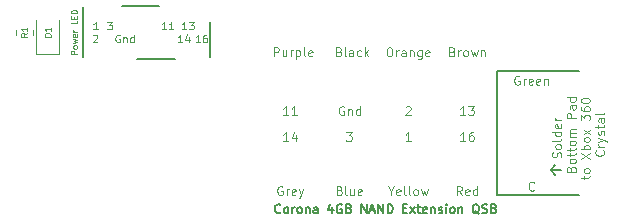
<source format=gbr>
%TF.GenerationSoftware,KiCad,Pcbnew,(6.0.1)*%
%TF.CreationDate,2022-02-21T19:23:01-07:00*%
%TF.ProjectId,MShaw_4gbNandExtensionQSB_V2,4d536861-775f-4346-9762-4e616e644578,rev?*%
%TF.SameCoordinates,Original*%
%TF.FileFunction,Legend,Top*%
%TF.FilePolarity,Positive*%
%FSLAX46Y46*%
G04 Gerber Fmt 4.6, Leading zero omitted, Abs format (unit mm)*
G04 Created by KiCad (PCBNEW (6.0.1)) date 2022-02-21 19:23:01*
%MOMM*%
%LPD*%
G01*
G04 APERTURE LIST*
%ADD10C,0.150000*%
%ADD11C,0.100000*%
%ADD12C,0.093750*%
%ADD13C,0.080000*%
%ADD14C,0.075000*%
%ADD15C,0.120000*%
G04 APERTURE END LIST*
D10*
X124060000Y-76880000D02*
X131060000Y-76880000D01*
X129017500Y-75250000D02*
X128667500Y-74800000D01*
X99750000Y-65250000D02*
X99750000Y-62250000D01*
X128667500Y-74800000D02*
X129017500Y-74350000D01*
X124060000Y-66380000D02*
X131060000Y-66380000D01*
X89000000Y-65250000D02*
X89000000Y-61000000D01*
X124060000Y-66880000D02*
X124060000Y-66380000D01*
X124060000Y-76380000D02*
X124060000Y-66880000D01*
X93600000Y-65400000D02*
X96800000Y-65400000D01*
X129532500Y-74800000D02*
X128667500Y-74800000D01*
X92300000Y-60900000D02*
X95500000Y-60900000D01*
X124060000Y-76380000D02*
X124060000Y-76880000D01*
D11*
X97436190Y-63994047D02*
X97064761Y-63994047D01*
X97250476Y-63994047D02*
X97250476Y-63344047D01*
X97188571Y-63436904D01*
X97126666Y-63498809D01*
X97064761Y-63529761D01*
X97993333Y-63560714D02*
X97993333Y-63994047D01*
X97838571Y-63313095D02*
X97683809Y-63777380D01*
X98086190Y-63777380D01*
X116774285Y-72339285D02*
X116345714Y-72339285D01*
X116560000Y-72339285D02*
X116560000Y-71589285D01*
X116488571Y-71696428D01*
X116417142Y-71767857D01*
X116345714Y-71803571D01*
X129492321Y-73728571D02*
X129528035Y-73621428D01*
X129528035Y-73442857D01*
X129492321Y-73371428D01*
X129456607Y-73335714D01*
X129385178Y-73300000D01*
X129313750Y-73300000D01*
X129242321Y-73335714D01*
X129206607Y-73371428D01*
X129170892Y-73442857D01*
X129135178Y-73585714D01*
X129099464Y-73657142D01*
X129063750Y-73692857D01*
X128992321Y-73728571D01*
X128920892Y-73728571D01*
X128849464Y-73692857D01*
X128813750Y-73657142D01*
X128778035Y-73585714D01*
X128778035Y-73407142D01*
X128813750Y-73300000D01*
X129528035Y-72871428D02*
X129492321Y-72942857D01*
X129456607Y-72978571D01*
X129385178Y-73014285D01*
X129170892Y-73014285D01*
X129099464Y-72978571D01*
X129063750Y-72942857D01*
X129028035Y-72871428D01*
X129028035Y-72764285D01*
X129063750Y-72692857D01*
X129099464Y-72657142D01*
X129170892Y-72621428D01*
X129385178Y-72621428D01*
X129456607Y-72657142D01*
X129492321Y-72692857D01*
X129528035Y-72764285D01*
X129528035Y-72871428D01*
X129528035Y-72192857D02*
X129492321Y-72264285D01*
X129420892Y-72300000D01*
X128778035Y-72300000D01*
X129528035Y-71585714D02*
X128778035Y-71585714D01*
X129492321Y-71585714D02*
X129528035Y-71657142D01*
X129528035Y-71800000D01*
X129492321Y-71871428D01*
X129456607Y-71907142D01*
X129385178Y-71942857D01*
X129170892Y-71942857D01*
X129099464Y-71907142D01*
X129063750Y-71871428D01*
X129028035Y-71800000D01*
X129028035Y-71657142D01*
X129063750Y-71585714D01*
X129492321Y-70942857D02*
X129528035Y-71014285D01*
X129528035Y-71157142D01*
X129492321Y-71228571D01*
X129420892Y-71264285D01*
X129135178Y-71264285D01*
X129063750Y-71228571D01*
X129028035Y-71157142D01*
X129028035Y-71014285D01*
X129063750Y-70942857D01*
X129135178Y-70907142D01*
X129206607Y-70907142D01*
X129278035Y-71264285D01*
X129528035Y-70585714D02*
X129028035Y-70585714D01*
X129170892Y-70585714D02*
X129099464Y-70550000D01*
X129063750Y-70514285D01*
X129028035Y-70442857D01*
X129028035Y-70371428D01*
X130342678Y-74692857D02*
X130378392Y-74585714D01*
X130414107Y-74550000D01*
X130485535Y-74514285D01*
X130592678Y-74514285D01*
X130664107Y-74550000D01*
X130699821Y-74585714D01*
X130735535Y-74657142D01*
X130735535Y-74942857D01*
X129985535Y-74942857D01*
X129985535Y-74692857D01*
X130021250Y-74621428D01*
X130056964Y-74585714D01*
X130128392Y-74550000D01*
X130199821Y-74550000D01*
X130271250Y-74585714D01*
X130306964Y-74621428D01*
X130342678Y-74692857D01*
X130342678Y-74942857D01*
X130735535Y-74085714D02*
X130699821Y-74157142D01*
X130664107Y-74192857D01*
X130592678Y-74228571D01*
X130378392Y-74228571D01*
X130306964Y-74192857D01*
X130271250Y-74157142D01*
X130235535Y-74085714D01*
X130235535Y-73978571D01*
X130271250Y-73907142D01*
X130306964Y-73871428D01*
X130378392Y-73835714D01*
X130592678Y-73835714D01*
X130664107Y-73871428D01*
X130699821Y-73907142D01*
X130735535Y-73978571D01*
X130735535Y-74085714D01*
X130235535Y-73621428D02*
X130235535Y-73335714D01*
X129985535Y-73514285D02*
X130628392Y-73514285D01*
X130699821Y-73478571D01*
X130735535Y-73407142D01*
X130735535Y-73335714D01*
X130235535Y-73192857D02*
X130235535Y-72907142D01*
X129985535Y-73085714D02*
X130628392Y-73085714D01*
X130699821Y-73050000D01*
X130735535Y-72978571D01*
X130735535Y-72907142D01*
X130735535Y-72550000D02*
X130699821Y-72621428D01*
X130664107Y-72657142D01*
X130592678Y-72692857D01*
X130378392Y-72692857D01*
X130306964Y-72657142D01*
X130271250Y-72621428D01*
X130235535Y-72550000D01*
X130235535Y-72442857D01*
X130271250Y-72371428D01*
X130306964Y-72335714D01*
X130378392Y-72300000D01*
X130592678Y-72300000D01*
X130664107Y-72335714D01*
X130699821Y-72371428D01*
X130735535Y-72442857D01*
X130735535Y-72550000D01*
X130735535Y-71978571D02*
X130235535Y-71978571D01*
X130306964Y-71978571D02*
X130271250Y-71942857D01*
X130235535Y-71871428D01*
X130235535Y-71764285D01*
X130271250Y-71692857D01*
X130342678Y-71657142D01*
X130735535Y-71657142D01*
X130342678Y-71657142D02*
X130271250Y-71621428D01*
X130235535Y-71550000D01*
X130235535Y-71442857D01*
X130271250Y-71371428D01*
X130342678Y-71335714D01*
X130735535Y-71335714D01*
X130735535Y-70407142D02*
X129985535Y-70407142D01*
X129985535Y-70121428D01*
X130021250Y-70050000D01*
X130056964Y-70014285D01*
X130128392Y-69978571D01*
X130235535Y-69978571D01*
X130306964Y-70014285D01*
X130342678Y-70050000D01*
X130378392Y-70121428D01*
X130378392Y-70407142D01*
X130735535Y-69335714D02*
X130342678Y-69335714D01*
X130271250Y-69371428D01*
X130235535Y-69442857D01*
X130235535Y-69585714D01*
X130271250Y-69657142D01*
X130699821Y-69335714D02*
X130735535Y-69407142D01*
X130735535Y-69585714D01*
X130699821Y-69657142D01*
X130628392Y-69692857D01*
X130556964Y-69692857D01*
X130485535Y-69657142D01*
X130449821Y-69585714D01*
X130449821Y-69407142D01*
X130414107Y-69335714D01*
X130735535Y-68657142D02*
X129985535Y-68657142D01*
X130699821Y-68657142D02*
X130735535Y-68728571D01*
X130735535Y-68871428D01*
X130699821Y-68942857D01*
X130664107Y-68978571D01*
X130592678Y-69014285D01*
X130378392Y-69014285D01*
X130306964Y-68978571D01*
X130271250Y-68942857D01*
X130235535Y-68871428D01*
X130235535Y-68728571D01*
X130271250Y-68657142D01*
X131443035Y-75550000D02*
X131443035Y-75264285D01*
X131193035Y-75442857D02*
X131835892Y-75442857D01*
X131907321Y-75407142D01*
X131943035Y-75335714D01*
X131943035Y-75264285D01*
X131943035Y-74907142D02*
X131907321Y-74978571D01*
X131871607Y-75014285D01*
X131800178Y-75050000D01*
X131585892Y-75050000D01*
X131514464Y-75014285D01*
X131478750Y-74978571D01*
X131443035Y-74907142D01*
X131443035Y-74800000D01*
X131478750Y-74728571D01*
X131514464Y-74692857D01*
X131585892Y-74657142D01*
X131800178Y-74657142D01*
X131871607Y-74692857D01*
X131907321Y-74728571D01*
X131943035Y-74800000D01*
X131943035Y-74907142D01*
X131193035Y-73835714D02*
X131943035Y-73335714D01*
X131193035Y-73335714D02*
X131943035Y-73835714D01*
X131943035Y-73050000D02*
X131193035Y-73050000D01*
X131478750Y-73050000D02*
X131443035Y-72978571D01*
X131443035Y-72835714D01*
X131478750Y-72764285D01*
X131514464Y-72728571D01*
X131585892Y-72692857D01*
X131800178Y-72692857D01*
X131871607Y-72728571D01*
X131907321Y-72764285D01*
X131943035Y-72835714D01*
X131943035Y-72978571D01*
X131907321Y-73050000D01*
X131943035Y-72264285D02*
X131907321Y-72335714D01*
X131871607Y-72371428D01*
X131800178Y-72407142D01*
X131585892Y-72407142D01*
X131514464Y-72371428D01*
X131478750Y-72335714D01*
X131443035Y-72264285D01*
X131443035Y-72157142D01*
X131478750Y-72085714D01*
X131514464Y-72050000D01*
X131585892Y-72014285D01*
X131800178Y-72014285D01*
X131871607Y-72050000D01*
X131907321Y-72085714D01*
X131943035Y-72157142D01*
X131943035Y-72264285D01*
X131943035Y-71764285D02*
X131443035Y-71371428D01*
X131443035Y-71764285D02*
X131943035Y-71371428D01*
X131193035Y-70585714D02*
X131193035Y-70121428D01*
X131478750Y-70371428D01*
X131478750Y-70264285D01*
X131514464Y-70192857D01*
X131550178Y-70157142D01*
X131621607Y-70121428D01*
X131800178Y-70121428D01*
X131871607Y-70157142D01*
X131907321Y-70192857D01*
X131943035Y-70264285D01*
X131943035Y-70478571D01*
X131907321Y-70550000D01*
X131871607Y-70585714D01*
X131193035Y-69478571D02*
X131193035Y-69621428D01*
X131228750Y-69692857D01*
X131264464Y-69728571D01*
X131371607Y-69800000D01*
X131514464Y-69835714D01*
X131800178Y-69835714D01*
X131871607Y-69800000D01*
X131907321Y-69764285D01*
X131943035Y-69692857D01*
X131943035Y-69550000D01*
X131907321Y-69478571D01*
X131871607Y-69442857D01*
X131800178Y-69407142D01*
X131621607Y-69407142D01*
X131550178Y-69442857D01*
X131514464Y-69478571D01*
X131478750Y-69550000D01*
X131478750Y-69692857D01*
X131514464Y-69764285D01*
X131550178Y-69800000D01*
X131621607Y-69835714D01*
X131193035Y-68942857D02*
X131193035Y-68871428D01*
X131228750Y-68800000D01*
X131264464Y-68764285D01*
X131335892Y-68728571D01*
X131478750Y-68692857D01*
X131657321Y-68692857D01*
X131800178Y-68728571D01*
X131871607Y-68764285D01*
X131907321Y-68800000D01*
X131943035Y-68871428D01*
X131943035Y-68942857D01*
X131907321Y-69014285D01*
X131871607Y-69050000D01*
X131800178Y-69085714D01*
X131657321Y-69121428D01*
X131478750Y-69121428D01*
X131335892Y-69085714D01*
X131264464Y-69050000D01*
X131228750Y-69014285D01*
X131193035Y-68942857D01*
X133079107Y-73139285D02*
X133114821Y-73175000D01*
X133150535Y-73282142D01*
X133150535Y-73353571D01*
X133114821Y-73460714D01*
X133043392Y-73532142D01*
X132971964Y-73567857D01*
X132829107Y-73603571D01*
X132721964Y-73603571D01*
X132579107Y-73567857D01*
X132507678Y-73532142D01*
X132436250Y-73460714D01*
X132400535Y-73353571D01*
X132400535Y-73282142D01*
X132436250Y-73175000D01*
X132471964Y-73139285D01*
X133150535Y-72817857D02*
X132650535Y-72817857D01*
X132793392Y-72817857D02*
X132721964Y-72782142D01*
X132686250Y-72746428D01*
X132650535Y-72675000D01*
X132650535Y-72603571D01*
X132650535Y-72425000D02*
X133150535Y-72246428D01*
X132650535Y-72067857D02*
X133150535Y-72246428D01*
X133329107Y-72317857D01*
X133364821Y-72353571D01*
X133400535Y-72425000D01*
X133114821Y-71817857D02*
X133150535Y-71746428D01*
X133150535Y-71603571D01*
X133114821Y-71532142D01*
X133043392Y-71496428D01*
X133007678Y-71496428D01*
X132936250Y-71532142D01*
X132900535Y-71603571D01*
X132900535Y-71710714D01*
X132864821Y-71782142D01*
X132793392Y-71817857D01*
X132757678Y-71817857D01*
X132686250Y-71782142D01*
X132650535Y-71710714D01*
X132650535Y-71603571D01*
X132686250Y-71532142D01*
X132650535Y-71282142D02*
X132650535Y-70996428D01*
X132400535Y-71175000D02*
X133043392Y-71175000D01*
X133114821Y-71139285D01*
X133150535Y-71067857D01*
X133150535Y-70996428D01*
X133150535Y-70425000D02*
X132757678Y-70425000D01*
X132686250Y-70460714D01*
X132650535Y-70532142D01*
X132650535Y-70675000D01*
X132686250Y-70746428D01*
X133114821Y-70425000D02*
X133150535Y-70496428D01*
X133150535Y-70675000D01*
X133114821Y-70746428D01*
X133043392Y-70782142D01*
X132971964Y-70782142D01*
X132900535Y-70746428D01*
X132864821Y-70675000D01*
X132864821Y-70496428D01*
X132829107Y-70425000D01*
X133150535Y-69960714D02*
X133114821Y-70032142D01*
X133043392Y-70067857D01*
X132400535Y-70067857D01*
X106417142Y-70139285D02*
X105988571Y-70139285D01*
X106202857Y-70139285D02*
X106202857Y-69389285D01*
X106131428Y-69496428D01*
X106060000Y-69567857D01*
X105988571Y-69603571D01*
X107131428Y-70139285D02*
X106702857Y-70139285D01*
X106917142Y-70139285D02*
X106917142Y-69389285D01*
X106845714Y-69496428D01*
X106774285Y-69567857D01*
X106702857Y-69603571D01*
X110702857Y-64776428D02*
X110810000Y-64812142D01*
X110845714Y-64847857D01*
X110881428Y-64919285D01*
X110881428Y-65026428D01*
X110845714Y-65097857D01*
X110810000Y-65133571D01*
X110738571Y-65169285D01*
X110452857Y-65169285D01*
X110452857Y-64419285D01*
X110702857Y-64419285D01*
X110774285Y-64455000D01*
X110810000Y-64490714D01*
X110845714Y-64562142D01*
X110845714Y-64633571D01*
X110810000Y-64705000D01*
X110774285Y-64740714D01*
X110702857Y-64776428D01*
X110452857Y-64776428D01*
X111310000Y-65169285D02*
X111238571Y-65133571D01*
X111202857Y-65062142D01*
X111202857Y-64419285D01*
X111917142Y-65169285D02*
X111917142Y-64776428D01*
X111881428Y-64705000D01*
X111810000Y-64669285D01*
X111667142Y-64669285D01*
X111595714Y-64705000D01*
X111917142Y-65133571D02*
X111845714Y-65169285D01*
X111667142Y-65169285D01*
X111595714Y-65133571D01*
X111560000Y-65062142D01*
X111560000Y-64990714D01*
X111595714Y-64919285D01*
X111667142Y-64883571D01*
X111845714Y-64883571D01*
X111917142Y-64847857D01*
X112595714Y-65133571D02*
X112524285Y-65169285D01*
X112381428Y-65169285D01*
X112310000Y-65133571D01*
X112274285Y-65097857D01*
X112238571Y-65026428D01*
X112238571Y-64812142D01*
X112274285Y-64740714D01*
X112310000Y-64705000D01*
X112381428Y-64669285D01*
X112524285Y-64669285D01*
X112595714Y-64705000D01*
X112917142Y-65169285D02*
X112917142Y-64419285D01*
X112988571Y-64883571D02*
X113202857Y-65169285D01*
X113202857Y-64669285D02*
X112917142Y-64955000D01*
X115113571Y-76562142D02*
X115113571Y-76919285D01*
X114863571Y-76169285D02*
X115113571Y-76562142D01*
X115363571Y-76169285D01*
X115899285Y-76883571D02*
X115827857Y-76919285D01*
X115685000Y-76919285D01*
X115613571Y-76883571D01*
X115577857Y-76812142D01*
X115577857Y-76526428D01*
X115613571Y-76455000D01*
X115685000Y-76419285D01*
X115827857Y-76419285D01*
X115899285Y-76455000D01*
X115935000Y-76526428D01*
X115935000Y-76597857D01*
X115577857Y-76669285D01*
X116363571Y-76919285D02*
X116292142Y-76883571D01*
X116256428Y-76812142D01*
X116256428Y-76169285D01*
X116756428Y-76919285D02*
X116685000Y-76883571D01*
X116649285Y-76812142D01*
X116649285Y-76169285D01*
X117149285Y-76919285D02*
X117077857Y-76883571D01*
X117042142Y-76847857D01*
X117006428Y-76776428D01*
X117006428Y-76562142D01*
X117042142Y-76490714D01*
X117077857Y-76455000D01*
X117149285Y-76419285D01*
X117256428Y-76419285D01*
X117327857Y-76455000D01*
X117363571Y-76490714D01*
X117399285Y-76562142D01*
X117399285Y-76776428D01*
X117363571Y-76847857D01*
X117327857Y-76883571D01*
X117256428Y-76919285D01*
X117149285Y-76919285D01*
X117649285Y-76419285D02*
X117792142Y-76919285D01*
X117935000Y-76562142D01*
X118077857Y-76919285D01*
X118220714Y-76419285D01*
X91093333Y-62244047D02*
X91495714Y-62244047D01*
X91279047Y-62491666D01*
X91371904Y-62491666D01*
X91433809Y-62522619D01*
X91464761Y-62553571D01*
X91495714Y-62615476D01*
X91495714Y-62770238D01*
X91464761Y-62832142D01*
X91433809Y-62863095D01*
X91371904Y-62894047D01*
X91186190Y-62894047D01*
X91124285Y-62863095D01*
X91093333Y-62832142D01*
X89874285Y-63405952D02*
X89905238Y-63375000D01*
X89967142Y-63344047D01*
X90121904Y-63344047D01*
X90183809Y-63375000D01*
X90214761Y-63405952D01*
X90245714Y-63467857D01*
X90245714Y-63529761D01*
X90214761Y-63622619D01*
X89843333Y-63994047D01*
X90245714Y-63994047D01*
X121417142Y-70139285D02*
X120988571Y-70139285D01*
X121202857Y-70139285D02*
X121202857Y-69389285D01*
X121131428Y-69496428D01*
X121060000Y-69567857D01*
X120988571Y-69603571D01*
X121667142Y-69389285D02*
X122131428Y-69389285D01*
X121881428Y-69675000D01*
X121988571Y-69675000D01*
X122060000Y-69710714D01*
X122095714Y-69746428D01*
X122131428Y-69817857D01*
X122131428Y-69996428D01*
X122095714Y-70067857D01*
X122060000Y-70103571D01*
X121988571Y-70139285D01*
X121774285Y-70139285D01*
X121702857Y-70103571D01*
X121667142Y-70067857D01*
X106417142Y-72339285D02*
X105988571Y-72339285D01*
X106202857Y-72339285D02*
X106202857Y-71589285D01*
X106131428Y-71696428D01*
X106060000Y-71767857D01*
X105988571Y-71803571D01*
X107060000Y-71839285D02*
X107060000Y-72339285D01*
X106881428Y-71553571D02*
X106702857Y-72089285D01*
X107167142Y-72089285D01*
X92142142Y-63375000D02*
X92080238Y-63344047D01*
X91987380Y-63344047D01*
X91894523Y-63375000D01*
X91832619Y-63436904D01*
X91801666Y-63498809D01*
X91770714Y-63622619D01*
X91770714Y-63715476D01*
X91801666Y-63839285D01*
X91832619Y-63901190D01*
X91894523Y-63963095D01*
X91987380Y-63994047D01*
X92049285Y-63994047D01*
X92142142Y-63963095D01*
X92173095Y-63932142D01*
X92173095Y-63715476D01*
X92049285Y-63715476D01*
X92451666Y-63560714D02*
X92451666Y-63994047D01*
X92451666Y-63622619D02*
X92482619Y-63591666D01*
X92544523Y-63560714D01*
X92637380Y-63560714D01*
X92699285Y-63591666D01*
X92730238Y-63653571D01*
X92730238Y-63994047D01*
X93318333Y-63994047D02*
X93318333Y-63344047D01*
X93318333Y-63963095D02*
X93256428Y-63994047D01*
X93132619Y-63994047D01*
X93070714Y-63963095D01*
X93039761Y-63932142D01*
X93008809Y-63870238D01*
X93008809Y-63684523D01*
X93039761Y-63622619D01*
X93070714Y-63591666D01*
X93132619Y-63560714D01*
X93256428Y-63560714D01*
X93318333Y-63591666D01*
D12*
X111127857Y-69425000D02*
X111056428Y-69389285D01*
X110949285Y-69389285D01*
X110842142Y-69425000D01*
X110770714Y-69496428D01*
X110735000Y-69567857D01*
X110699285Y-69710714D01*
X110699285Y-69817857D01*
X110735000Y-69960714D01*
X110770714Y-70032142D01*
X110842142Y-70103571D01*
X110949285Y-70139285D01*
X111020714Y-70139285D01*
X111127857Y-70103571D01*
X111163571Y-70067857D01*
X111163571Y-69817857D01*
X111020714Y-69817857D01*
X111485000Y-69639285D02*
X111485000Y-70139285D01*
X111485000Y-69710714D02*
X111520714Y-69675000D01*
X111592142Y-69639285D01*
X111699285Y-69639285D01*
X111770714Y-69675000D01*
X111806428Y-69746428D01*
X111806428Y-70139285D01*
X112485000Y-70139285D02*
X112485000Y-69389285D01*
X112485000Y-70103571D02*
X112413571Y-70139285D01*
X112270714Y-70139285D01*
X112199285Y-70103571D01*
X112163571Y-70067857D01*
X112127857Y-69996428D01*
X112127857Y-69782142D01*
X112163571Y-69710714D01*
X112199285Y-69675000D01*
X112270714Y-69639285D01*
X112413571Y-69639285D01*
X112485000Y-69675000D01*
D11*
X121131428Y-76919285D02*
X120881428Y-76562142D01*
X120702857Y-76919285D02*
X120702857Y-76169285D01*
X120988571Y-76169285D01*
X121060000Y-76205000D01*
X121095714Y-76240714D01*
X121131428Y-76312142D01*
X121131428Y-76419285D01*
X121095714Y-76490714D01*
X121060000Y-76526428D01*
X120988571Y-76562142D01*
X120702857Y-76562142D01*
X121738571Y-76883571D02*
X121667142Y-76919285D01*
X121524285Y-76919285D01*
X121452857Y-76883571D01*
X121417142Y-76812142D01*
X121417142Y-76526428D01*
X121452857Y-76455000D01*
X121524285Y-76419285D01*
X121667142Y-76419285D01*
X121738571Y-76455000D01*
X121774285Y-76526428D01*
X121774285Y-76597857D01*
X121417142Y-76669285D01*
X122417142Y-76919285D02*
X122417142Y-76169285D01*
X122417142Y-76883571D02*
X122345714Y-76919285D01*
X122202857Y-76919285D01*
X122131428Y-76883571D01*
X122095714Y-76847857D01*
X122060000Y-76776428D01*
X122060000Y-76562142D01*
X122095714Y-76490714D01*
X122131428Y-76455000D01*
X122202857Y-76419285D01*
X122345714Y-76419285D01*
X122417142Y-76455000D01*
X90285714Y-62894047D02*
X89914285Y-62894047D01*
X90100000Y-62894047D02*
X90100000Y-62244047D01*
X90038095Y-62336904D01*
X89976190Y-62398809D01*
X89914285Y-62429761D01*
D10*
X105757142Y-78367857D02*
X105721428Y-78403571D01*
X105614285Y-78439285D01*
X105542857Y-78439285D01*
X105435714Y-78403571D01*
X105364285Y-78332142D01*
X105328571Y-78260714D01*
X105292857Y-78117857D01*
X105292857Y-78010714D01*
X105328571Y-77867857D01*
X105364285Y-77796428D01*
X105435714Y-77725000D01*
X105542857Y-77689285D01*
X105614285Y-77689285D01*
X105721428Y-77725000D01*
X105757142Y-77760714D01*
X106185714Y-78439285D02*
X106114285Y-78403571D01*
X106078571Y-78367857D01*
X106042857Y-78296428D01*
X106042857Y-78082142D01*
X106078571Y-78010714D01*
X106114285Y-77975000D01*
X106185714Y-77939285D01*
X106292857Y-77939285D01*
X106364285Y-77975000D01*
X106400000Y-78010714D01*
X106435714Y-78082142D01*
X106435714Y-78296428D01*
X106400000Y-78367857D01*
X106364285Y-78403571D01*
X106292857Y-78439285D01*
X106185714Y-78439285D01*
X106757142Y-78439285D02*
X106757142Y-77939285D01*
X106757142Y-78082142D02*
X106792857Y-78010714D01*
X106828571Y-77975000D01*
X106900000Y-77939285D01*
X106971428Y-77939285D01*
X107328571Y-78439285D02*
X107257142Y-78403571D01*
X107221428Y-78367857D01*
X107185714Y-78296428D01*
X107185714Y-78082142D01*
X107221428Y-78010714D01*
X107257142Y-77975000D01*
X107328571Y-77939285D01*
X107435714Y-77939285D01*
X107507142Y-77975000D01*
X107542857Y-78010714D01*
X107578571Y-78082142D01*
X107578571Y-78296428D01*
X107542857Y-78367857D01*
X107507142Y-78403571D01*
X107435714Y-78439285D01*
X107328571Y-78439285D01*
X107900000Y-77939285D02*
X107900000Y-78439285D01*
X107900000Y-78010714D02*
X107935714Y-77975000D01*
X108007142Y-77939285D01*
X108114285Y-77939285D01*
X108185714Y-77975000D01*
X108221428Y-78046428D01*
X108221428Y-78439285D01*
X108900000Y-78439285D02*
X108900000Y-78046428D01*
X108864285Y-77975000D01*
X108792857Y-77939285D01*
X108650000Y-77939285D01*
X108578571Y-77975000D01*
X108900000Y-78403571D02*
X108828571Y-78439285D01*
X108650000Y-78439285D01*
X108578571Y-78403571D01*
X108542857Y-78332142D01*
X108542857Y-78260714D01*
X108578571Y-78189285D01*
X108650000Y-78153571D01*
X108828571Y-78153571D01*
X108900000Y-78117857D01*
X110150000Y-77939285D02*
X110150000Y-78439285D01*
X109971428Y-77653571D02*
X109792857Y-78189285D01*
X110257142Y-78189285D01*
X110935714Y-77725000D02*
X110864285Y-77689285D01*
X110757142Y-77689285D01*
X110650000Y-77725000D01*
X110578571Y-77796428D01*
X110542857Y-77867857D01*
X110507142Y-78010714D01*
X110507142Y-78117857D01*
X110542857Y-78260714D01*
X110578571Y-78332142D01*
X110650000Y-78403571D01*
X110757142Y-78439285D01*
X110828571Y-78439285D01*
X110935714Y-78403571D01*
X110971428Y-78367857D01*
X110971428Y-78117857D01*
X110828571Y-78117857D01*
X111542857Y-78046428D02*
X111650000Y-78082142D01*
X111685714Y-78117857D01*
X111721428Y-78189285D01*
X111721428Y-78296428D01*
X111685714Y-78367857D01*
X111650000Y-78403571D01*
X111578571Y-78439285D01*
X111292857Y-78439285D01*
X111292857Y-77689285D01*
X111542857Y-77689285D01*
X111614285Y-77725000D01*
X111650000Y-77760714D01*
X111685714Y-77832142D01*
X111685714Y-77903571D01*
X111650000Y-77975000D01*
X111614285Y-78010714D01*
X111542857Y-78046428D01*
X111292857Y-78046428D01*
X112614285Y-78439285D02*
X112614285Y-77689285D01*
X113042857Y-78439285D01*
X113042857Y-77689285D01*
X113364285Y-78225000D02*
X113721428Y-78225000D01*
X113292857Y-78439285D02*
X113542857Y-77689285D01*
X113792857Y-78439285D01*
X114042857Y-78439285D02*
X114042857Y-77689285D01*
X114471428Y-78439285D01*
X114471428Y-77689285D01*
X114828571Y-78439285D02*
X114828571Y-77689285D01*
X115007142Y-77689285D01*
X115114285Y-77725000D01*
X115185714Y-77796428D01*
X115221428Y-77867857D01*
X115257142Y-78010714D01*
X115257142Y-78117857D01*
X115221428Y-78260714D01*
X115185714Y-78332142D01*
X115114285Y-78403571D01*
X115007142Y-78439285D01*
X114828571Y-78439285D01*
X116150000Y-78046428D02*
X116400000Y-78046428D01*
X116507142Y-78439285D02*
X116150000Y-78439285D01*
X116150000Y-77689285D01*
X116507142Y-77689285D01*
X116757142Y-78439285D02*
X117150000Y-77939285D01*
X116757142Y-77939285D02*
X117150000Y-78439285D01*
X117328571Y-77939285D02*
X117614285Y-77939285D01*
X117435714Y-77689285D02*
X117435714Y-78332142D01*
X117471428Y-78403571D01*
X117542857Y-78439285D01*
X117614285Y-78439285D01*
X118150000Y-78403571D02*
X118078571Y-78439285D01*
X117935714Y-78439285D01*
X117864285Y-78403571D01*
X117828571Y-78332142D01*
X117828571Y-78046428D01*
X117864285Y-77975000D01*
X117935714Y-77939285D01*
X118078571Y-77939285D01*
X118150000Y-77975000D01*
X118185714Y-78046428D01*
X118185714Y-78117857D01*
X117828571Y-78189285D01*
X118507142Y-77939285D02*
X118507142Y-78439285D01*
X118507142Y-78010714D02*
X118542857Y-77975000D01*
X118614285Y-77939285D01*
X118721428Y-77939285D01*
X118792857Y-77975000D01*
X118828571Y-78046428D01*
X118828571Y-78439285D01*
X119150000Y-78403571D02*
X119221428Y-78439285D01*
X119364285Y-78439285D01*
X119435714Y-78403571D01*
X119471428Y-78332142D01*
X119471428Y-78296428D01*
X119435714Y-78225000D01*
X119364285Y-78189285D01*
X119257142Y-78189285D01*
X119185714Y-78153571D01*
X119150000Y-78082142D01*
X119150000Y-78046428D01*
X119185714Y-77975000D01*
X119257142Y-77939285D01*
X119364285Y-77939285D01*
X119435714Y-77975000D01*
X119792857Y-78439285D02*
X119792857Y-77939285D01*
X119792857Y-77689285D02*
X119757142Y-77725000D01*
X119792857Y-77760714D01*
X119828571Y-77725000D01*
X119792857Y-77689285D01*
X119792857Y-77760714D01*
X120257142Y-78439285D02*
X120185714Y-78403571D01*
X120150000Y-78367857D01*
X120114285Y-78296428D01*
X120114285Y-78082142D01*
X120150000Y-78010714D01*
X120185714Y-77975000D01*
X120257142Y-77939285D01*
X120364285Y-77939285D01*
X120435714Y-77975000D01*
X120471428Y-78010714D01*
X120507142Y-78082142D01*
X120507142Y-78296428D01*
X120471428Y-78367857D01*
X120435714Y-78403571D01*
X120364285Y-78439285D01*
X120257142Y-78439285D01*
X120828571Y-77939285D02*
X120828571Y-78439285D01*
X120828571Y-78010714D02*
X120864285Y-77975000D01*
X120935714Y-77939285D01*
X121042857Y-77939285D01*
X121114285Y-77975000D01*
X121150000Y-78046428D01*
X121150000Y-78439285D01*
X122578571Y-78510714D02*
X122507142Y-78475000D01*
X122435714Y-78403571D01*
X122328571Y-78296428D01*
X122257142Y-78260714D01*
X122185714Y-78260714D01*
X122221428Y-78439285D02*
X122150000Y-78403571D01*
X122078571Y-78332142D01*
X122042857Y-78189285D01*
X122042857Y-77939285D01*
X122078571Y-77796428D01*
X122150000Y-77725000D01*
X122221428Y-77689285D01*
X122364285Y-77689285D01*
X122435714Y-77725000D01*
X122507142Y-77796428D01*
X122542857Y-77939285D01*
X122542857Y-78189285D01*
X122507142Y-78332142D01*
X122435714Y-78403571D01*
X122364285Y-78439285D01*
X122221428Y-78439285D01*
X122828571Y-78403571D02*
X122935714Y-78439285D01*
X123114285Y-78439285D01*
X123185714Y-78403571D01*
X123221428Y-78367857D01*
X123257142Y-78296428D01*
X123257142Y-78225000D01*
X123221428Y-78153571D01*
X123185714Y-78117857D01*
X123114285Y-78082142D01*
X122971428Y-78046428D01*
X122900000Y-78010714D01*
X122864285Y-77975000D01*
X122828571Y-77903571D01*
X122828571Y-77832142D01*
X122864285Y-77760714D01*
X122900000Y-77725000D01*
X122971428Y-77689285D01*
X123150000Y-77689285D01*
X123257142Y-77725000D01*
X123828571Y-78046428D02*
X123935714Y-78082142D01*
X123971428Y-78117857D01*
X124007142Y-78189285D01*
X124007142Y-78296428D01*
X123971428Y-78367857D01*
X123935714Y-78403571D01*
X123864285Y-78439285D01*
X123578571Y-78439285D01*
X123578571Y-77689285D01*
X123828571Y-77689285D01*
X123900000Y-77725000D01*
X123935714Y-77760714D01*
X123971428Y-77832142D01*
X123971428Y-77903571D01*
X123935714Y-77975000D01*
X123900000Y-78010714D01*
X123828571Y-78046428D01*
X123578571Y-78046428D01*
D11*
X120310000Y-64776428D02*
X120417142Y-64812142D01*
X120452857Y-64847857D01*
X120488571Y-64919285D01*
X120488571Y-65026428D01*
X120452857Y-65097857D01*
X120417142Y-65133571D01*
X120345714Y-65169285D01*
X120060000Y-65169285D01*
X120060000Y-64419285D01*
X120310000Y-64419285D01*
X120381428Y-64455000D01*
X120417142Y-64490714D01*
X120452857Y-64562142D01*
X120452857Y-64633571D01*
X120417142Y-64705000D01*
X120381428Y-64740714D01*
X120310000Y-64776428D01*
X120060000Y-64776428D01*
X120810000Y-65169285D02*
X120810000Y-64669285D01*
X120810000Y-64812142D02*
X120845714Y-64740714D01*
X120881428Y-64705000D01*
X120952857Y-64669285D01*
X121024285Y-64669285D01*
X121381428Y-65169285D02*
X121310000Y-65133571D01*
X121274285Y-65097857D01*
X121238571Y-65026428D01*
X121238571Y-64812142D01*
X121274285Y-64740714D01*
X121310000Y-64705000D01*
X121381428Y-64669285D01*
X121488571Y-64669285D01*
X121560000Y-64705000D01*
X121595714Y-64740714D01*
X121631428Y-64812142D01*
X121631428Y-65026428D01*
X121595714Y-65097857D01*
X121560000Y-65133571D01*
X121488571Y-65169285D01*
X121381428Y-65169285D01*
X121881428Y-64669285D02*
X122024285Y-65169285D01*
X122167142Y-64812142D01*
X122310000Y-65169285D01*
X122452857Y-64669285D01*
X122738571Y-64669285D02*
X122738571Y-65169285D01*
X122738571Y-64740714D02*
X122774285Y-64705000D01*
X122845714Y-64669285D01*
X122952857Y-64669285D01*
X123024285Y-64705000D01*
X123060000Y-64776428D01*
X123060000Y-65169285D01*
X105185000Y-65169285D02*
X105185000Y-64419285D01*
X105470714Y-64419285D01*
X105542142Y-64455000D01*
X105577857Y-64490714D01*
X105613571Y-64562142D01*
X105613571Y-64669285D01*
X105577857Y-64740714D01*
X105542142Y-64776428D01*
X105470714Y-64812142D01*
X105185000Y-64812142D01*
X106256428Y-64669285D02*
X106256428Y-65169285D01*
X105935000Y-64669285D02*
X105935000Y-65062142D01*
X105970714Y-65133571D01*
X106042142Y-65169285D01*
X106149285Y-65169285D01*
X106220714Y-65133571D01*
X106256428Y-65097857D01*
X106613571Y-65169285D02*
X106613571Y-64669285D01*
X106613571Y-64812142D02*
X106649285Y-64740714D01*
X106685000Y-64705000D01*
X106756428Y-64669285D01*
X106827857Y-64669285D01*
X107077857Y-64669285D02*
X107077857Y-65419285D01*
X107077857Y-64705000D02*
X107149285Y-64669285D01*
X107292142Y-64669285D01*
X107363571Y-64705000D01*
X107399285Y-64740714D01*
X107435000Y-64812142D01*
X107435000Y-65026428D01*
X107399285Y-65097857D01*
X107363571Y-65133571D01*
X107292142Y-65169285D01*
X107149285Y-65169285D01*
X107077857Y-65133571D01*
X107863571Y-65169285D02*
X107792142Y-65133571D01*
X107756428Y-65062142D01*
X107756428Y-64419285D01*
X108435000Y-65133571D02*
X108363571Y-65169285D01*
X108220714Y-65169285D01*
X108149285Y-65133571D01*
X108113571Y-65062142D01*
X108113571Y-64776428D01*
X108149285Y-64705000D01*
X108220714Y-64669285D01*
X108363571Y-64669285D01*
X108435000Y-64705000D01*
X108470714Y-64776428D01*
X108470714Y-64847857D01*
X108113571Y-64919285D01*
D13*
X88536190Y-64987142D02*
X88036190Y-64987142D01*
X88036190Y-64796666D01*
X88060000Y-64749047D01*
X88083809Y-64725238D01*
X88131428Y-64701428D01*
X88202857Y-64701428D01*
X88250476Y-64725238D01*
X88274285Y-64749047D01*
X88298095Y-64796666D01*
X88298095Y-64987142D01*
X88536190Y-64415714D02*
X88512380Y-64463333D01*
X88488571Y-64487142D01*
X88440952Y-64510952D01*
X88298095Y-64510952D01*
X88250476Y-64487142D01*
X88226666Y-64463333D01*
X88202857Y-64415714D01*
X88202857Y-64344285D01*
X88226666Y-64296666D01*
X88250476Y-64272857D01*
X88298095Y-64249047D01*
X88440952Y-64249047D01*
X88488571Y-64272857D01*
X88512380Y-64296666D01*
X88536190Y-64344285D01*
X88536190Y-64415714D01*
X88202857Y-64082380D02*
X88536190Y-63987142D01*
X88298095Y-63891904D01*
X88536190Y-63796666D01*
X88202857Y-63701428D01*
X88512380Y-63320476D02*
X88536190Y-63368095D01*
X88536190Y-63463333D01*
X88512380Y-63510952D01*
X88464761Y-63534761D01*
X88274285Y-63534761D01*
X88226666Y-63510952D01*
X88202857Y-63463333D01*
X88202857Y-63368095D01*
X88226666Y-63320476D01*
X88274285Y-63296666D01*
X88321904Y-63296666D01*
X88369523Y-63534761D01*
X88536190Y-63082380D02*
X88202857Y-63082380D01*
X88298095Y-63082380D02*
X88250476Y-63058571D01*
X88226666Y-63034761D01*
X88202857Y-62987142D01*
X88202857Y-62939523D01*
X88536190Y-62153809D02*
X88536190Y-62391904D01*
X88036190Y-62391904D01*
X88274285Y-61987142D02*
X88274285Y-61820476D01*
X88536190Y-61749047D02*
X88536190Y-61987142D01*
X88036190Y-61987142D01*
X88036190Y-61749047D01*
X88536190Y-61534761D02*
X88036190Y-61534761D01*
X88036190Y-61415714D01*
X88060000Y-61344285D01*
X88107619Y-61296666D01*
X88155238Y-61272857D01*
X88250476Y-61249047D01*
X88321904Y-61249047D01*
X88417142Y-61272857D01*
X88464761Y-61296666D01*
X88512380Y-61344285D01*
X88536190Y-61415714D01*
X88536190Y-61534761D01*
D11*
X114917142Y-64419285D02*
X115060000Y-64419285D01*
X115131428Y-64455000D01*
X115202857Y-64526428D01*
X115238571Y-64669285D01*
X115238571Y-64919285D01*
X115202857Y-65062142D01*
X115131428Y-65133571D01*
X115060000Y-65169285D01*
X114917142Y-65169285D01*
X114845714Y-65133571D01*
X114774285Y-65062142D01*
X114738571Y-64919285D01*
X114738571Y-64669285D01*
X114774285Y-64526428D01*
X114845714Y-64455000D01*
X114917142Y-64419285D01*
X115560000Y-65169285D02*
X115560000Y-64669285D01*
X115560000Y-64812142D02*
X115595714Y-64740714D01*
X115631428Y-64705000D01*
X115702857Y-64669285D01*
X115774285Y-64669285D01*
X116345714Y-65169285D02*
X116345714Y-64776428D01*
X116310000Y-64705000D01*
X116238571Y-64669285D01*
X116095714Y-64669285D01*
X116024285Y-64705000D01*
X116345714Y-65133571D02*
X116274285Y-65169285D01*
X116095714Y-65169285D01*
X116024285Y-65133571D01*
X115988571Y-65062142D01*
X115988571Y-64990714D01*
X116024285Y-64919285D01*
X116095714Y-64883571D01*
X116274285Y-64883571D01*
X116345714Y-64847857D01*
X116702857Y-64669285D02*
X116702857Y-65169285D01*
X116702857Y-64740714D02*
X116738571Y-64705000D01*
X116810000Y-64669285D01*
X116917142Y-64669285D01*
X116988571Y-64705000D01*
X117024285Y-64776428D01*
X117024285Y-65169285D01*
X117702857Y-64669285D02*
X117702857Y-65276428D01*
X117667142Y-65347857D01*
X117631428Y-65383571D01*
X117560000Y-65419285D01*
X117452857Y-65419285D01*
X117381428Y-65383571D01*
X117702857Y-65133571D02*
X117631428Y-65169285D01*
X117488571Y-65169285D01*
X117417142Y-65133571D01*
X117381428Y-65097857D01*
X117345714Y-65026428D01*
X117345714Y-64812142D01*
X117381428Y-64740714D01*
X117417142Y-64705000D01*
X117488571Y-64669285D01*
X117631428Y-64669285D01*
X117702857Y-64705000D01*
X118345714Y-65133571D02*
X118274285Y-65169285D01*
X118131428Y-65169285D01*
X118060000Y-65133571D01*
X118024285Y-65062142D01*
X118024285Y-64776428D01*
X118060000Y-64705000D01*
X118131428Y-64669285D01*
X118274285Y-64669285D01*
X118345714Y-64705000D01*
X118381428Y-64776428D01*
X118381428Y-64847857D01*
X118024285Y-64919285D01*
X97776190Y-62894047D02*
X97404761Y-62894047D01*
X97590476Y-62894047D02*
X97590476Y-62244047D01*
X97528571Y-62336904D01*
X97466666Y-62398809D01*
X97404761Y-62429761D01*
X97992857Y-62244047D02*
X98395238Y-62244047D01*
X98178571Y-62491666D01*
X98271428Y-62491666D01*
X98333333Y-62522619D01*
X98364285Y-62553571D01*
X98395238Y-62615476D01*
X98395238Y-62770238D01*
X98364285Y-62832142D01*
X98333333Y-62863095D01*
X98271428Y-62894047D01*
X98085714Y-62894047D01*
X98023809Y-62863095D01*
X97992857Y-62832142D01*
X116345714Y-69460714D02*
X116381428Y-69425000D01*
X116452857Y-69389285D01*
X116631428Y-69389285D01*
X116702857Y-69425000D01*
X116738571Y-69460714D01*
X116774285Y-69532142D01*
X116774285Y-69603571D01*
X116738571Y-69710714D01*
X116310000Y-70139285D01*
X116774285Y-70139285D01*
X98936190Y-63994047D02*
X98564761Y-63994047D01*
X98750476Y-63994047D02*
X98750476Y-63344047D01*
X98688571Y-63436904D01*
X98626666Y-63498809D01*
X98564761Y-63529761D01*
X99493333Y-63344047D02*
X99369523Y-63344047D01*
X99307619Y-63375000D01*
X99276666Y-63405952D01*
X99214761Y-63498809D01*
X99183809Y-63622619D01*
X99183809Y-63870238D01*
X99214761Y-63932142D01*
X99245714Y-63963095D01*
X99307619Y-63994047D01*
X99431428Y-63994047D01*
X99493333Y-63963095D01*
X99524285Y-63932142D01*
X99555238Y-63870238D01*
X99555238Y-63715476D01*
X99524285Y-63653571D01*
X99493333Y-63622619D01*
X99431428Y-63591666D01*
X99307619Y-63591666D01*
X99245714Y-63622619D01*
X99214761Y-63653571D01*
X99183809Y-63715476D01*
X96076190Y-62894047D02*
X95704761Y-62894047D01*
X95890476Y-62894047D02*
X95890476Y-62244047D01*
X95828571Y-62336904D01*
X95766666Y-62398809D01*
X95704761Y-62429761D01*
X96695238Y-62894047D02*
X96323809Y-62894047D01*
X96509523Y-62894047D02*
X96509523Y-62244047D01*
X96447619Y-62336904D01*
X96385714Y-62398809D01*
X96323809Y-62429761D01*
X121417142Y-72339285D02*
X120988571Y-72339285D01*
X121202857Y-72339285D02*
X121202857Y-71589285D01*
X121131428Y-71696428D01*
X121060000Y-71767857D01*
X120988571Y-71803571D01*
X122060000Y-71589285D02*
X121917142Y-71589285D01*
X121845714Y-71625000D01*
X121810000Y-71660714D01*
X121738571Y-71767857D01*
X121702857Y-71910714D01*
X121702857Y-72196428D01*
X121738571Y-72267857D01*
X121774285Y-72303571D01*
X121845714Y-72339285D01*
X121988571Y-72339285D01*
X122060000Y-72303571D01*
X122095714Y-72267857D01*
X122131428Y-72196428D01*
X122131428Y-72017857D01*
X122095714Y-71946428D01*
X122060000Y-71910714D01*
X121988571Y-71875000D01*
X121845714Y-71875000D01*
X121774285Y-71910714D01*
X121738571Y-71946428D01*
X121702857Y-72017857D01*
X110756428Y-76526428D02*
X110863571Y-76562142D01*
X110899285Y-76597857D01*
X110935000Y-76669285D01*
X110935000Y-76776428D01*
X110899285Y-76847857D01*
X110863571Y-76883571D01*
X110792142Y-76919285D01*
X110506428Y-76919285D01*
X110506428Y-76169285D01*
X110756428Y-76169285D01*
X110827857Y-76205000D01*
X110863571Y-76240714D01*
X110899285Y-76312142D01*
X110899285Y-76383571D01*
X110863571Y-76455000D01*
X110827857Y-76490714D01*
X110756428Y-76526428D01*
X110506428Y-76526428D01*
X111363571Y-76919285D02*
X111292142Y-76883571D01*
X111256428Y-76812142D01*
X111256428Y-76169285D01*
X111970714Y-76419285D02*
X111970714Y-76919285D01*
X111649285Y-76419285D02*
X111649285Y-76812142D01*
X111685000Y-76883571D01*
X111756428Y-76919285D01*
X111863571Y-76919285D01*
X111935000Y-76883571D01*
X111970714Y-76847857D01*
X112613571Y-76883571D02*
X112542142Y-76919285D01*
X112399285Y-76919285D01*
X112327857Y-76883571D01*
X112292142Y-76812142D01*
X112292142Y-76526428D01*
X112327857Y-76455000D01*
X112399285Y-76419285D01*
X112542142Y-76419285D01*
X112613571Y-76455000D01*
X112649285Y-76526428D01*
X112649285Y-76597857D01*
X112292142Y-76669285D01*
X127232142Y-76467857D02*
X127196428Y-76503571D01*
X127089285Y-76539285D01*
X127017857Y-76539285D01*
X126910714Y-76503571D01*
X126839285Y-76432142D01*
X126803571Y-76360714D01*
X126767857Y-76217857D01*
X126767857Y-76110714D01*
X126803571Y-75967857D01*
X126839285Y-75896428D01*
X126910714Y-75825000D01*
X127017857Y-75789285D01*
X127089285Y-75789285D01*
X127196428Y-75825000D01*
X127232142Y-75860714D01*
X105917142Y-76205000D02*
X105845714Y-76169285D01*
X105738571Y-76169285D01*
X105631428Y-76205000D01*
X105560000Y-76276428D01*
X105524285Y-76347857D01*
X105488571Y-76490714D01*
X105488571Y-76597857D01*
X105524285Y-76740714D01*
X105560000Y-76812142D01*
X105631428Y-76883571D01*
X105738571Y-76919285D01*
X105810000Y-76919285D01*
X105917142Y-76883571D01*
X105952857Y-76847857D01*
X105952857Y-76597857D01*
X105810000Y-76597857D01*
X106274285Y-76919285D02*
X106274285Y-76419285D01*
X106274285Y-76562142D02*
X106310000Y-76490714D01*
X106345714Y-76455000D01*
X106417142Y-76419285D01*
X106488571Y-76419285D01*
X107024285Y-76883571D02*
X106952857Y-76919285D01*
X106810000Y-76919285D01*
X106738571Y-76883571D01*
X106702857Y-76812142D01*
X106702857Y-76526428D01*
X106738571Y-76455000D01*
X106810000Y-76419285D01*
X106952857Y-76419285D01*
X107024285Y-76455000D01*
X107060000Y-76526428D01*
X107060000Y-76597857D01*
X106702857Y-76669285D01*
X107310000Y-76419285D02*
X107488571Y-76919285D01*
X107667142Y-76419285D02*
X107488571Y-76919285D01*
X107417142Y-77097857D01*
X107381428Y-77133571D01*
X107310000Y-77169285D01*
X111310000Y-71589285D02*
X111774285Y-71589285D01*
X111524285Y-71875000D01*
X111631428Y-71875000D01*
X111702857Y-71910714D01*
X111738571Y-71946428D01*
X111774285Y-72017857D01*
X111774285Y-72196428D01*
X111738571Y-72267857D01*
X111702857Y-72303571D01*
X111631428Y-72339285D01*
X111417142Y-72339285D01*
X111345714Y-72303571D01*
X111310000Y-72267857D01*
X125982142Y-66875000D02*
X125910714Y-66839285D01*
X125803571Y-66839285D01*
X125696428Y-66875000D01*
X125625000Y-66946428D01*
X125589285Y-67017857D01*
X125553571Y-67160714D01*
X125553571Y-67267857D01*
X125589285Y-67410714D01*
X125625000Y-67482142D01*
X125696428Y-67553571D01*
X125803571Y-67589285D01*
X125875000Y-67589285D01*
X125982142Y-67553571D01*
X126017857Y-67517857D01*
X126017857Y-67267857D01*
X125875000Y-67267857D01*
X126339285Y-67589285D02*
X126339285Y-67089285D01*
X126339285Y-67232142D02*
X126375000Y-67160714D01*
X126410714Y-67125000D01*
X126482142Y-67089285D01*
X126553571Y-67089285D01*
X127089285Y-67553571D02*
X127017857Y-67589285D01*
X126875000Y-67589285D01*
X126803571Y-67553571D01*
X126767857Y-67482142D01*
X126767857Y-67196428D01*
X126803571Y-67125000D01*
X126875000Y-67089285D01*
X127017857Y-67089285D01*
X127089285Y-67125000D01*
X127125000Y-67196428D01*
X127125000Y-67267857D01*
X126767857Y-67339285D01*
X127732142Y-67553571D02*
X127660714Y-67589285D01*
X127517857Y-67589285D01*
X127446428Y-67553571D01*
X127410714Y-67482142D01*
X127410714Y-67196428D01*
X127446428Y-67125000D01*
X127517857Y-67089285D01*
X127660714Y-67089285D01*
X127732142Y-67125000D01*
X127767857Y-67196428D01*
X127767857Y-67267857D01*
X127410714Y-67339285D01*
X128089285Y-67089285D02*
X128089285Y-67589285D01*
X128089285Y-67160714D02*
X128125000Y-67125000D01*
X128196428Y-67089285D01*
X128303571Y-67089285D01*
X128375000Y-67125000D01*
X128410714Y-67196428D01*
X128410714Y-67589285D01*
D14*
%TO.C,R1*%
X84286190Y-63213333D02*
X84048095Y-63380000D01*
X84286190Y-63499047D02*
X83786190Y-63499047D01*
X83786190Y-63308571D01*
X83810000Y-63260952D01*
X83833809Y-63237142D01*
X83881428Y-63213333D01*
X83952857Y-63213333D01*
X84000476Y-63237142D01*
X84024285Y-63260952D01*
X84048095Y-63308571D01*
X84048095Y-63499047D01*
X84286190Y-62737142D02*
X84286190Y-63022857D01*
X84286190Y-62880000D02*
X83786190Y-62880000D01*
X83857619Y-62927619D01*
X83905238Y-62975238D01*
X83929047Y-63022857D01*
D13*
%TO.C,D1*%
X86286190Y-63499047D02*
X85786190Y-63499047D01*
X85786190Y-63380000D01*
X85810000Y-63308571D01*
X85857619Y-63260952D01*
X85905238Y-63237142D01*
X86000476Y-63213333D01*
X86071904Y-63213333D01*
X86167142Y-63237142D01*
X86214761Y-63260952D01*
X86262380Y-63308571D01*
X86286190Y-63380000D01*
X86286190Y-63499047D01*
X86286190Y-62737142D02*
X86286190Y-63022857D01*
X86286190Y-62880000D02*
X85786190Y-62880000D01*
X85857619Y-62927619D01*
X85905238Y-62975238D01*
X85929047Y-63022857D01*
D15*
%TO.C,R1*%
X84795000Y-63357064D02*
X84795000Y-62902936D01*
X83325000Y-63357064D02*
X83325000Y-62902936D01*
%TO.C,D1*%
X85100000Y-62130000D02*
X85100000Y-64990000D01*
X87020000Y-64990000D02*
X87020000Y-62130000D01*
X85100000Y-64990000D02*
X87020000Y-64990000D01*
%TD*%
M02*

</source>
